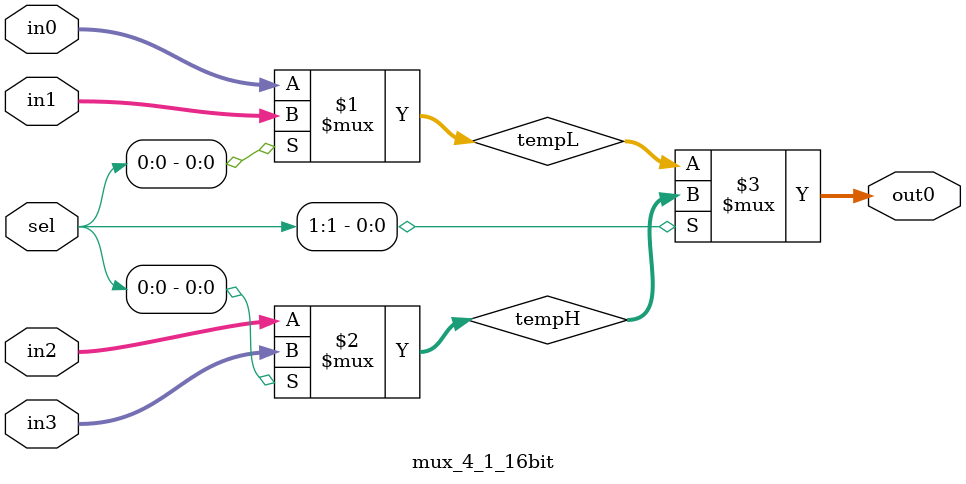
<source format=v>

module mux_4_1_16bit (in0, in1, in2, in3, sel, out0);

/*****************************************************|
|********* Input/ Output Signal Declarations *********|
|*****************************************************/
    //Input CLK & RST
		//None

    //Input Signals
    input wire [15:0] 	in0,
						in1,
						in2,
						in3;
    
    //Input Control Signals
    input wire [1:0]	sel;
    
    //Output Signals
    output wire [15:0]  out0;

/*****************************************************|
|********** Internal Signal Declarations *************|
|*****************************************************/
	wire [15:0] 	tempL,
			    	tempH;			

/*****************************************************|
|********* Internal Module Instantitations ***********|
|*****************************************************/
	//None

/*****************************************************|
|***************** Internal Logic ********************|
|*****************************************************/
	assign tempL = sel[0] ? in1 : in0;
	assign tempH = sel[0] ? in3 : in2;
	assign out0  = sel[1] ? tempH : tempL;
	
endmodule

</source>
